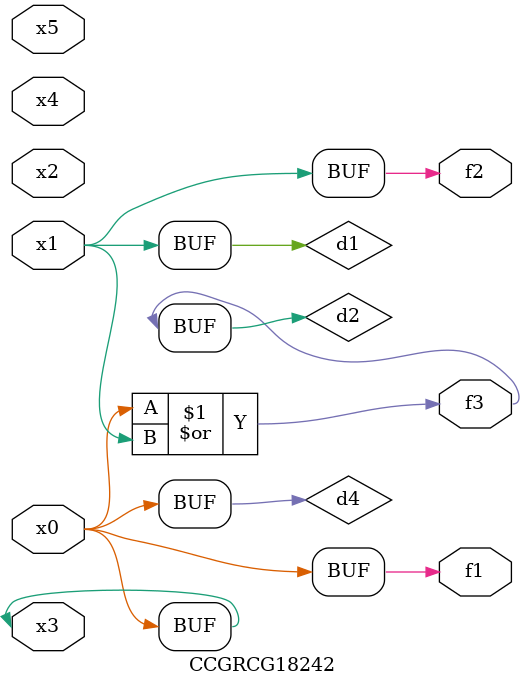
<source format=v>
module CCGRCG18242(
	input x0, x1, x2, x3, x4, x5,
	output f1, f2, f3
);

	wire d1, d2, d3, d4;

	and (d1, x1);
	or (d2, x0, x1);
	nand (d3, x0, x5);
	buf (d4, x0, x3);
	assign f1 = d4;
	assign f2 = d1;
	assign f3 = d2;
endmodule

</source>
